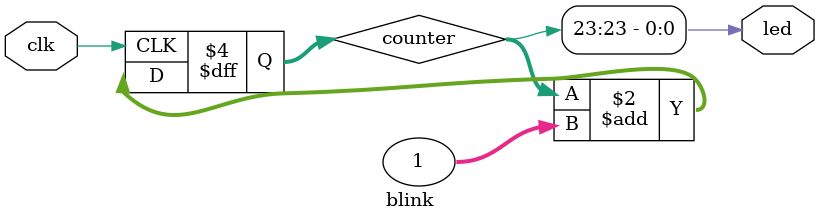
<source format=sv>
module blink(
    input  logic clk,
    output logic led
);

  logic [31:0]counter = 32'd0;

  assign led = counter[23];

  always @(posedge clk) begin
        counter <= counter +1;
  end
endmodule: blink
</source>
